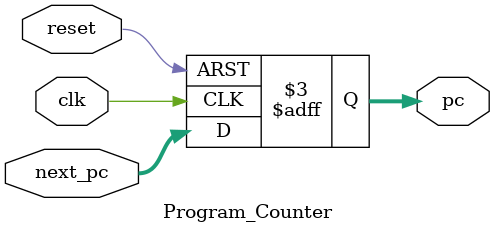
<source format=v>
module Program_Counter (
    input wire clk,
    input wire reset,
    input wire [31:0] next_pc,
    output reg [31:0] pc
);

    initial begin
        pc = 32'h00000000;
    end

    always @(posedge clk or posedge reset) begin
        if (reset) begin
            pc <= 32'h00000000;
        end else begin
            pc <= next_pc;
        end
    end

endmodule

</source>
